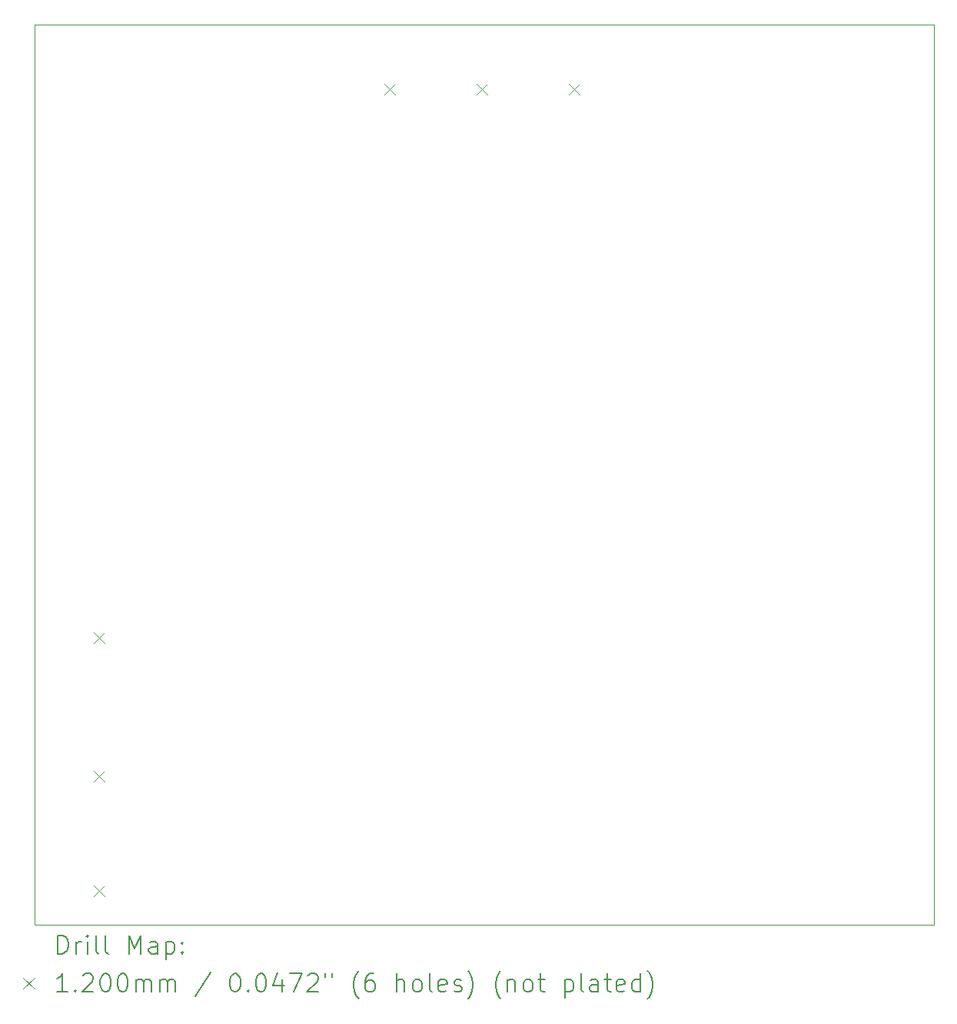
<source format=gbr>
%TF.GenerationSoftware,KiCad,Pcbnew,8.0.3*%
%TF.CreationDate,2024-11-03T21:20:50+01:00*%
%TF.ProjectId,weerstation-analoog,77656572-7374-4617-9469-6f6e2d616e61,rev?*%
%TF.SameCoordinates,Original*%
%TF.FileFunction,Drillmap*%
%TF.FilePolarity,Positive*%
%FSLAX45Y45*%
G04 Gerber Fmt 4.5, Leading zero omitted, Abs format (unit mm)*
G04 Created by KiCad (PCBNEW 8.0.3) date 2024-11-03 21:20:50*
%MOMM*%
%LPD*%
G01*
G04 APERTURE LIST*
%ADD10C,0.100000*%
%ADD11C,0.200000*%
%ADD12C,0.120000*%
G04 APERTURE END LIST*
D10*
X1270000Y-1270000D02*
X11176000Y-1270000D01*
X11176000Y-11176000D01*
X1270000Y-11176000D01*
X1270000Y-1270000D01*
D11*
D12*
X1918000Y-7958000D02*
X2038000Y-8078000D01*
X2038000Y-7958000D02*
X1918000Y-8078000D01*
X1918000Y-9478000D02*
X2038000Y-9598000D01*
X2038000Y-9478000D02*
X1918000Y-9598000D01*
X1918000Y-10740000D02*
X2038000Y-10860000D01*
X2038000Y-10740000D02*
X1918000Y-10860000D01*
X5118000Y-1918000D02*
X5238000Y-2038000D01*
X5238000Y-1918000D02*
X5118000Y-2038000D01*
X6134000Y-1918000D02*
X6254000Y-2038000D01*
X6254000Y-1918000D02*
X6134000Y-2038000D01*
X7150000Y-1918000D02*
X7270000Y-2038000D01*
X7270000Y-1918000D02*
X7150000Y-2038000D01*
D11*
X1525777Y-11492484D02*
X1525777Y-11292484D01*
X1525777Y-11292484D02*
X1573396Y-11292484D01*
X1573396Y-11292484D02*
X1601967Y-11302008D01*
X1601967Y-11302008D02*
X1621015Y-11321055D01*
X1621015Y-11321055D02*
X1630539Y-11340103D01*
X1630539Y-11340103D02*
X1640062Y-11378198D01*
X1640062Y-11378198D02*
X1640062Y-11406769D01*
X1640062Y-11406769D02*
X1630539Y-11444865D01*
X1630539Y-11444865D02*
X1621015Y-11463912D01*
X1621015Y-11463912D02*
X1601967Y-11482960D01*
X1601967Y-11482960D02*
X1573396Y-11492484D01*
X1573396Y-11492484D02*
X1525777Y-11492484D01*
X1725777Y-11492484D02*
X1725777Y-11359150D01*
X1725777Y-11397246D02*
X1735301Y-11378198D01*
X1735301Y-11378198D02*
X1744824Y-11368674D01*
X1744824Y-11368674D02*
X1763872Y-11359150D01*
X1763872Y-11359150D02*
X1782920Y-11359150D01*
X1849586Y-11492484D02*
X1849586Y-11359150D01*
X1849586Y-11292484D02*
X1840062Y-11302008D01*
X1840062Y-11302008D02*
X1849586Y-11311531D01*
X1849586Y-11311531D02*
X1859110Y-11302008D01*
X1859110Y-11302008D02*
X1849586Y-11292484D01*
X1849586Y-11292484D02*
X1849586Y-11311531D01*
X1973396Y-11492484D02*
X1954348Y-11482960D01*
X1954348Y-11482960D02*
X1944824Y-11463912D01*
X1944824Y-11463912D02*
X1944824Y-11292484D01*
X2078158Y-11492484D02*
X2059110Y-11482960D01*
X2059110Y-11482960D02*
X2049586Y-11463912D01*
X2049586Y-11463912D02*
X2049586Y-11292484D01*
X2306729Y-11492484D02*
X2306729Y-11292484D01*
X2306729Y-11292484D02*
X2373396Y-11435341D01*
X2373396Y-11435341D02*
X2440063Y-11292484D01*
X2440063Y-11292484D02*
X2440063Y-11492484D01*
X2621015Y-11492484D02*
X2621015Y-11387722D01*
X2621015Y-11387722D02*
X2611491Y-11368674D01*
X2611491Y-11368674D02*
X2592444Y-11359150D01*
X2592444Y-11359150D02*
X2554348Y-11359150D01*
X2554348Y-11359150D02*
X2535301Y-11368674D01*
X2621015Y-11482960D02*
X2601967Y-11492484D01*
X2601967Y-11492484D02*
X2554348Y-11492484D01*
X2554348Y-11492484D02*
X2535301Y-11482960D01*
X2535301Y-11482960D02*
X2525777Y-11463912D01*
X2525777Y-11463912D02*
X2525777Y-11444865D01*
X2525777Y-11444865D02*
X2535301Y-11425817D01*
X2535301Y-11425817D02*
X2554348Y-11416293D01*
X2554348Y-11416293D02*
X2601967Y-11416293D01*
X2601967Y-11416293D02*
X2621015Y-11406769D01*
X2716253Y-11359150D02*
X2716253Y-11559150D01*
X2716253Y-11368674D02*
X2735301Y-11359150D01*
X2735301Y-11359150D02*
X2773396Y-11359150D01*
X2773396Y-11359150D02*
X2792444Y-11368674D01*
X2792444Y-11368674D02*
X2801967Y-11378198D01*
X2801967Y-11378198D02*
X2811491Y-11397246D01*
X2811491Y-11397246D02*
X2811491Y-11454388D01*
X2811491Y-11454388D02*
X2801967Y-11473436D01*
X2801967Y-11473436D02*
X2792444Y-11482960D01*
X2792444Y-11482960D02*
X2773396Y-11492484D01*
X2773396Y-11492484D02*
X2735301Y-11492484D01*
X2735301Y-11492484D02*
X2716253Y-11482960D01*
X2897205Y-11473436D02*
X2906729Y-11482960D01*
X2906729Y-11482960D02*
X2897205Y-11492484D01*
X2897205Y-11492484D02*
X2887682Y-11482960D01*
X2887682Y-11482960D02*
X2897205Y-11473436D01*
X2897205Y-11473436D02*
X2897205Y-11492484D01*
X2897205Y-11368674D02*
X2906729Y-11378198D01*
X2906729Y-11378198D02*
X2897205Y-11387722D01*
X2897205Y-11387722D02*
X2887682Y-11378198D01*
X2887682Y-11378198D02*
X2897205Y-11368674D01*
X2897205Y-11368674D02*
X2897205Y-11387722D01*
D12*
X1145000Y-11761000D02*
X1265000Y-11881000D01*
X1265000Y-11761000D02*
X1145000Y-11881000D01*
D11*
X1630539Y-11912484D02*
X1516253Y-11912484D01*
X1573396Y-11912484D02*
X1573396Y-11712484D01*
X1573396Y-11712484D02*
X1554348Y-11741055D01*
X1554348Y-11741055D02*
X1535301Y-11760103D01*
X1535301Y-11760103D02*
X1516253Y-11769627D01*
X1716253Y-11893436D02*
X1725777Y-11902960D01*
X1725777Y-11902960D02*
X1716253Y-11912484D01*
X1716253Y-11912484D02*
X1706729Y-11902960D01*
X1706729Y-11902960D02*
X1716253Y-11893436D01*
X1716253Y-11893436D02*
X1716253Y-11912484D01*
X1801967Y-11731531D02*
X1811491Y-11722008D01*
X1811491Y-11722008D02*
X1830539Y-11712484D01*
X1830539Y-11712484D02*
X1878158Y-11712484D01*
X1878158Y-11712484D02*
X1897205Y-11722008D01*
X1897205Y-11722008D02*
X1906729Y-11731531D01*
X1906729Y-11731531D02*
X1916253Y-11750579D01*
X1916253Y-11750579D02*
X1916253Y-11769627D01*
X1916253Y-11769627D02*
X1906729Y-11798198D01*
X1906729Y-11798198D02*
X1792443Y-11912484D01*
X1792443Y-11912484D02*
X1916253Y-11912484D01*
X2040062Y-11712484D02*
X2059110Y-11712484D01*
X2059110Y-11712484D02*
X2078158Y-11722008D01*
X2078158Y-11722008D02*
X2087682Y-11731531D01*
X2087682Y-11731531D02*
X2097205Y-11750579D01*
X2097205Y-11750579D02*
X2106729Y-11788674D01*
X2106729Y-11788674D02*
X2106729Y-11836293D01*
X2106729Y-11836293D02*
X2097205Y-11874388D01*
X2097205Y-11874388D02*
X2087682Y-11893436D01*
X2087682Y-11893436D02*
X2078158Y-11902960D01*
X2078158Y-11902960D02*
X2059110Y-11912484D01*
X2059110Y-11912484D02*
X2040062Y-11912484D01*
X2040062Y-11912484D02*
X2021015Y-11902960D01*
X2021015Y-11902960D02*
X2011491Y-11893436D01*
X2011491Y-11893436D02*
X2001967Y-11874388D01*
X2001967Y-11874388D02*
X1992443Y-11836293D01*
X1992443Y-11836293D02*
X1992443Y-11788674D01*
X1992443Y-11788674D02*
X2001967Y-11750579D01*
X2001967Y-11750579D02*
X2011491Y-11731531D01*
X2011491Y-11731531D02*
X2021015Y-11722008D01*
X2021015Y-11722008D02*
X2040062Y-11712484D01*
X2230539Y-11712484D02*
X2249586Y-11712484D01*
X2249586Y-11712484D02*
X2268634Y-11722008D01*
X2268634Y-11722008D02*
X2278158Y-11731531D01*
X2278158Y-11731531D02*
X2287682Y-11750579D01*
X2287682Y-11750579D02*
X2297205Y-11788674D01*
X2297205Y-11788674D02*
X2297205Y-11836293D01*
X2297205Y-11836293D02*
X2287682Y-11874388D01*
X2287682Y-11874388D02*
X2278158Y-11893436D01*
X2278158Y-11893436D02*
X2268634Y-11902960D01*
X2268634Y-11902960D02*
X2249586Y-11912484D01*
X2249586Y-11912484D02*
X2230539Y-11912484D01*
X2230539Y-11912484D02*
X2211491Y-11902960D01*
X2211491Y-11902960D02*
X2201967Y-11893436D01*
X2201967Y-11893436D02*
X2192444Y-11874388D01*
X2192444Y-11874388D02*
X2182920Y-11836293D01*
X2182920Y-11836293D02*
X2182920Y-11788674D01*
X2182920Y-11788674D02*
X2192444Y-11750579D01*
X2192444Y-11750579D02*
X2201967Y-11731531D01*
X2201967Y-11731531D02*
X2211491Y-11722008D01*
X2211491Y-11722008D02*
X2230539Y-11712484D01*
X2382920Y-11912484D02*
X2382920Y-11779150D01*
X2382920Y-11798198D02*
X2392444Y-11788674D01*
X2392444Y-11788674D02*
X2411491Y-11779150D01*
X2411491Y-11779150D02*
X2440063Y-11779150D01*
X2440063Y-11779150D02*
X2459110Y-11788674D01*
X2459110Y-11788674D02*
X2468634Y-11807722D01*
X2468634Y-11807722D02*
X2468634Y-11912484D01*
X2468634Y-11807722D02*
X2478158Y-11788674D01*
X2478158Y-11788674D02*
X2497205Y-11779150D01*
X2497205Y-11779150D02*
X2525777Y-11779150D01*
X2525777Y-11779150D02*
X2544825Y-11788674D01*
X2544825Y-11788674D02*
X2554348Y-11807722D01*
X2554348Y-11807722D02*
X2554348Y-11912484D01*
X2649586Y-11912484D02*
X2649586Y-11779150D01*
X2649586Y-11798198D02*
X2659110Y-11788674D01*
X2659110Y-11788674D02*
X2678158Y-11779150D01*
X2678158Y-11779150D02*
X2706729Y-11779150D01*
X2706729Y-11779150D02*
X2725777Y-11788674D01*
X2725777Y-11788674D02*
X2735301Y-11807722D01*
X2735301Y-11807722D02*
X2735301Y-11912484D01*
X2735301Y-11807722D02*
X2744825Y-11788674D01*
X2744825Y-11788674D02*
X2763872Y-11779150D01*
X2763872Y-11779150D02*
X2792444Y-11779150D01*
X2792444Y-11779150D02*
X2811491Y-11788674D01*
X2811491Y-11788674D02*
X2821015Y-11807722D01*
X2821015Y-11807722D02*
X2821015Y-11912484D01*
X3211491Y-11702960D02*
X3040063Y-11960103D01*
X3468634Y-11712484D02*
X3487682Y-11712484D01*
X3487682Y-11712484D02*
X3506729Y-11722008D01*
X3506729Y-11722008D02*
X3516253Y-11731531D01*
X3516253Y-11731531D02*
X3525777Y-11750579D01*
X3525777Y-11750579D02*
X3535301Y-11788674D01*
X3535301Y-11788674D02*
X3535301Y-11836293D01*
X3535301Y-11836293D02*
X3525777Y-11874388D01*
X3525777Y-11874388D02*
X3516253Y-11893436D01*
X3516253Y-11893436D02*
X3506729Y-11902960D01*
X3506729Y-11902960D02*
X3487682Y-11912484D01*
X3487682Y-11912484D02*
X3468634Y-11912484D01*
X3468634Y-11912484D02*
X3449586Y-11902960D01*
X3449586Y-11902960D02*
X3440063Y-11893436D01*
X3440063Y-11893436D02*
X3430539Y-11874388D01*
X3430539Y-11874388D02*
X3421015Y-11836293D01*
X3421015Y-11836293D02*
X3421015Y-11788674D01*
X3421015Y-11788674D02*
X3430539Y-11750579D01*
X3430539Y-11750579D02*
X3440063Y-11731531D01*
X3440063Y-11731531D02*
X3449586Y-11722008D01*
X3449586Y-11722008D02*
X3468634Y-11712484D01*
X3621015Y-11893436D02*
X3630539Y-11902960D01*
X3630539Y-11902960D02*
X3621015Y-11912484D01*
X3621015Y-11912484D02*
X3611491Y-11902960D01*
X3611491Y-11902960D02*
X3621015Y-11893436D01*
X3621015Y-11893436D02*
X3621015Y-11912484D01*
X3754348Y-11712484D02*
X3773396Y-11712484D01*
X3773396Y-11712484D02*
X3792444Y-11722008D01*
X3792444Y-11722008D02*
X3801967Y-11731531D01*
X3801967Y-11731531D02*
X3811491Y-11750579D01*
X3811491Y-11750579D02*
X3821015Y-11788674D01*
X3821015Y-11788674D02*
X3821015Y-11836293D01*
X3821015Y-11836293D02*
X3811491Y-11874388D01*
X3811491Y-11874388D02*
X3801967Y-11893436D01*
X3801967Y-11893436D02*
X3792444Y-11902960D01*
X3792444Y-11902960D02*
X3773396Y-11912484D01*
X3773396Y-11912484D02*
X3754348Y-11912484D01*
X3754348Y-11912484D02*
X3735301Y-11902960D01*
X3735301Y-11902960D02*
X3725777Y-11893436D01*
X3725777Y-11893436D02*
X3716253Y-11874388D01*
X3716253Y-11874388D02*
X3706729Y-11836293D01*
X3706729Y-11836293D02*
X3706729Y-11788674D01*
X3706729Y-11788674D02*
X3716253Y-11750579D01*
X3716253Y-11750579D02*
X3725777Y-11731531D01*
X3725777Y-11731531D02*
X3735301Y-11722008D01*
X3735301Y-11722008D02*
X3754348Y-11712484D01*
X3992444Y-11779150D02*
X3992444Y-11912484D01*
X3944825Y-11702960D02*
X3897206Y-11845817D01*
X3897206Y-11845817D02*
X4021015Y-11845817D01*
X4078158Y-11712484D02*
X4211491Y-11712484D01*
X4211491Y-11712484D02*
X4125777Y-11912484D01*
X4278158Y-11731531D02*
X4287682Y-11722008D01*
X4287682Y-11722008D02*
X4306729Y-11712484D01*
X4306729Y-11712484D02*
X4354349Y-11712484D01*
X4354349Y-11712484D02*
X4373396Y-11722008D01*
X4373396Y-11722008D02*
X4382920Y-11731531D01*
X4382920Y-11731531D02*
X4392444Y-11750579D01*
X4392444Y-11750579D02*
X4392444Y-11769627D01*
X4392444Y-11769627D02*
X4382920Y-11798198D01*
X4382920Y-11798198D02*
X4268634Y-11912484D01*
X4268634Y-11912484D02*
X4392444Y-11912484D01*
X4468634Y-11712484D02*
X4468634Y-11750579D01*
X4544825Y-11712484D02*
X4544825Y-11750579D01*
X4840063Y-11988674D02*
X4830539Y-11979150D01*
X4830539Y-11979150D02*
X4811491Y-11950579D01*
X4811491Y-11950579D02*
X4801968Y-11931531D01*
X4801968Y-11931531D02*
X4792444Y-11902960D01*
X4792444Y-11902960D02*
X4782920Y-11855341D01*
X4782920Y-11855341D02*
X4782920Y-11817246D01*
X4782920Y-11817246D02*
X4792444Y-11769627D01*
X4792444Y-11769627D02*
X4801968Y-11741055D01*
X4801968Y-11741055D02*
X4811491Y-11722008D01*
X4811491Y-11722008D02*
X4830539Y-11693436D01*
X4830539Y-11693436D02*
X4840063Y-11683912D01*
X5001968Y-11712484D02*
X4963872Y-11712484D01*
X4963872Y-11712484D02*
X4944825Y-11722008D01*
X4944825Y-11722008D02*
X4935301Y-11731531D01*
X4935301Y-11731531D02*
X4916253Y-11760103D01*
X4916253Y-11760103D02*
X4906730Y-11798198D01*
X4906730Y-11798198D02*
X4906730Y-11874388D01*
X4906730Y-11874388D02*
X4916253Y-11893436D01*
X4916253Y-11893436D02*
X4925777Y-11902960D01*
X4925777Y-11902960D02*
X4944825Y-11912484D01*
X4944825Y-11912484D02*
X4982920Y-11912484D01*
X4982920Y-11912484D02*
X5001968Y-11902960D01*
X5001968Y-11902960D02*
X5011491Y-11893436D01*
X5011491Y-11893436D02*
X5021015Y-11874388D01*
X5021015Y-11874388D02*
X5021015Y-11826769D01*
X5021015Y-11826769D02*
X5011491Y-11807722D01*
X5011491Y-11807722D02*
X5001968Y-11798198D01*
X5001968Y-11798198D02*
X4982920Y-11788674D01*
X4982920Y-11788674D02*
X4944825Y-11788674D01*
X4944825Y-11788674D02*
X4925777Y-11798198D01*
X4925777Y-11798198D02*
X4916253Y-11807722D01*
X4916253Y-11807722D02*
X4906730Y-11826769D01*
X5259111Y-11912484D02*
X5259111Y-11712484D01*
X5344825Y-11912484D02*
X5344825Y-11807722D01*
X5344825Y-11807722D02*
X5335301Y-11788674D01*
X5335301Y-11788674D02*
X5316253Y-11779150D01*
X5316253Y-11779150D02*
X5287682Y-11779150D01*
X5287682Y-11779150D02*
X5268634Y-11788674D01*
X5268634Y-11788674D02*
X5259111Y-11798198D01*
X5468634Y-11912484D02*
X5449587Y-11902960D01*
X5449587Y-11902960D02*
X5440063Y-11893436D01*
X5440063Y-11893436D02*
X5430539Y-11874388D01*
X5430539Y-11874388D02*
X5430539Y-11817246D01*
X5430539Y-11817246D02*
X5440063Y-11798198D01*
X5440063Y-11798198D02*
X5449587Y-11788674D01*
X5449587Y-11788674D02*
X5468634Y-11779150D01*
X5468634Y-11779150D02*
X5497206Y-11779150D01*
X5497206Y-11779150D02*
X5516253Y-11788674D01*
X5516253Y-11788674D02*
X5525777Y-11798198D01*
X5525777Y-11798198D02*
X5535301Y-11817246D01*
X5535301Y-11817246D02*
X5535301Y-11874388D01*
X5535301Y-11874388D02*
X5525777Y-11893436D01*
X5525777Y-11893436D02*
X5516253Y-11902960D01*
X5516253Y-11902960D02*
X5497206Y-11912484D01*
X5497206Y-11912484D02*
X5468634Y-11912484D01*
X5649587Y-11912484D02*
X5630539Y-11902960D01*
X5630539Y-11902960D02*
X5621015Y-11883912D01*
X5621015Y-11883912D02*
X5621015Y-11712484D01*
X5801968Y-11902960D02*
X5782920Y-11912484D01*
X5782920Y-11912484D02*
X5744825Y-11912484D01*
X5744825Y-11912484D02*
X5725777Y-11902960D01*
X5725777Y-11902960D02*
X5716253Y-11883912D01*
X5716253Y-11883912D02*
X5716253Y-11807722D01*
X5716253Y-11807722D02*
X5725777Y-11788674D01*
X5725777Y-11788674D02*
X5744825Y-11779150D01*
X5744825Y-11779150D02*
X5782920Y-11779150D01*
X5782920Y-11779150D02*
X5801968Y-11788674D01*
X5801968Y-11788674D02*
X5811491Y-11807722D01*
X5811491Y-11807722D02*
X5811491Y-11826769D01*
X5811491Y-11826769D02*
X5716253Y-11845817D01*
X5887682Y-11902960D02*
X5906730Y-11912484D01*
X5906730Y-11912484D02*
X5944825Y-11912484D01*
X5944825Y-11912484D02*
X5963872Y-11902960D01*
X5963872Y-11902960D02*
X5973396Y-11883912D01*
X5973396Y-11883912D02*
X5973396Y-11874388D01*
X5973396Y-11874388D02*
X5963872Y-11855341D01*
X5963872Y-11855341D02*
X5944825Y-11845817D01*
X5944825Y-11845817D02*
X5916253Y-11845817D01*
X5916253Y-11845817D02*
X5897206Y-11836293D01*
X5897206Y-11836293D02*
X5887682Y-11817246D01*
X5887682Y-11817246D02*
X5887682Y-11807722D01*
X5887682Y-11807722D02*
X5897206Y-11788674D01*
X5897206Y-11788674D02*
X5916253Y-11779150D01*
X5916253Y-11779150D02*
X5944825Y-11779150D01*
X5944825Y-11779150D02*
X5963872Y-11788674D01*
X6040063Y-11988674D02*
X6049587Y-11979150D01*
X6049587Y-11979150D02*
X6068634Y-11950579D01*
X6068634Y-11950579D02*
X6078158Y-11931531D01*
X6078158Y-11931531D02*
X6087682Y-11902960D01*
X6087682Y-11902960D02*
X6097206Y-11855341D01*
X6097206Y-11855341D02*
X6097206Y-11817246D01*
X6097206Y-11817246D02*
X6087682Y-11769627D01*
X6087682Y-11769627D02*
X6078158Y-11741055D01*
X6078158Y-11741055D02*
X6068634Y-11722008D01*
X6068634Y-11722008D02*
X6049587Y-11693436D01*
X6049587Y-11693436D02*
X6040063Y-11683912D01*
X6401968Y-11988674D02*
X6392444Y-11979150D01*
X6392444Y-11979150D02*
X6373396Y-11950579D01*
X6373396Y-11950579D02*
X6363872Y-11931531D01*
X6363872Y-11931531D02*
X6354349Y-11902960D01*
X6354349Y-11902960D02*
X6344825Y-11855341D01*
X6344825Y-11855341D02*
X6344825Y-11817246D01*
X6344825Y-11817246D02*
X6354349Y-11769627D01*
X6354349Y-11769627D02*
X6363872Y-11741055D01*
X6363872Y-11741055D02*
X6373396Y-11722008D01*
X6373396Y-11722008D02*
X6392444Y-11693436D01*
X6392444Y-11693436D02*
X6401968Y-11683912D01*
X6478158Y-11779150D02*
X6478158Y-11912484D01*
X6478158Y-11798198D02*
X6487682Y-11788674D01*
X6487682Y-11788674D02*
X6506730Y-11779150D01*
X6506730Y-11779150D02*
X6535301Y-11779150D01*
X6535301Y-11779150D02*
X6554349Y-11788674D01*
X6554349Y-11788674D02*
X6563872Y-11807722D01*
X6563872Y-11807722D02*
X6563872Y-11912484D01*
X6687682Y-11912484D02*
X6668634Y-11902960D01*
X6668634Y-11902960D02*
X6659111Y-11893436D01*
X6659111Y-11893436D02*
X6649587Y-11874388D01*
X6649587Y-11874388D02*
X6649587Y-11817246D01*
X6649587Y-11817246D02*
X6659111Y-11798198D01*
X6659111Y-11798198D02*
X6668634Y-11788674D01*
X6668634Y-11788674D02*
X6687682Y-11779150D01*
X6687682Y-11779150D02*
X6716253Y-11779150D01*
X6716253Y-11779150D02*
X6735301Y-11788674D01*
X6735301Y-11788674D02*
X6744825Y-11798198D01*
X6744825Y-11798198D02*
X6754349Y-11817246D01*
X6754349Y-11817246D02*
X6754349Y-11874388D01*
X6754349Y-11874388D02*
X6744825Y-11893436D01*
X6744825Y-11893436D02*
X6735301Y-11902960D01*
X6735301Y-11902960D02*
X6716253Y-11912484D01*
X6716253Y-11912484D02*
X6687682Y-11912484D01*
X6811492Y-11779150D02*
X6887682Y-11779150D01*
X6840063Y-11712484D02*
X6840063Y-11883912D01*
X6840063Y-11883912D02*
X6849587Y-11902960D01*
X6849587Y-11902960D02*
X6868634Y-11912484D01*
X6868634Y-11912484D02*
X6887682Y-11912484D01*
X7106730Y-11779150D02*
X7106730Y-11979150D01*
X7106730Y-11788674D02*
X7125777Y-11779150D01*
X7125777Y-11779150D02*
X7163873Y-11779150D01*
X7163873Y-11779150D02*
X7182920Y-11788674D01*
X7182920Y-11788674D02*
X7192444Y-11798198D01*
X7192444Y-11798198D02*
X7201968Y-11817246D01*
X7201968Y-11817246D02*
X7201968Y-11874388D01*
X7201968Y-11874388D02*
X7192444Y-11893436D01*
X7192444Y-11893436D02*
X7182920Y-11902960D01*
X7182920Y-11902960D02*
X7163873Y-11912484D01*
X7163873Y-11912484D02*
X7125777Y-11912484D01*
X7125777Y-11912484D02*
X7106730Y-11902960D01*
X7316253Y-11912484D02*
X7297206Y-11902960D01*
X7297206Y-11902960D02*
X7287682Y-11883912D01*
X7287682Y-11883912D02*
X7287682Y-11712484D01*
X7478158Y-11912484D02*
X7478158Y-11807722D01*
X7478158Y-11807722D02*
X7468634Y-11788674D01*
X7468634Y-11788674D02*
X7449587Y-11779150D01*
X7449587Y-11779150D02*
X7411492Y-11779150D01*
X7411492Y-11779150D02*
X7392444Y-11788674D01*
X7478158Y-11902960D02*
X7459111Y-11912484D01*
X7459111Y-11912484D02*
X7411492Y-11912484D01*
X7411492Y-11912484D02*
X7392444Y-11902960D01*
X7392444Y-11902960D02*
X7382920Y-11883912D01*
X7382920Y-11883912D02*
X7382920Y-11864865D01*
X7382920Y-11864865D02*
X7392444Y-11845817D01*
X7392444Y-11845817D02*
X7411492Y-11836293D01*
X7411492Y-11836293D02*
X7459111Y-11836293D01*
X7459111Y-11836293D02*
X7478158Y-11826769D01*
X7544825Y-11779150D02*
X7621015Y-11779150D01*
X7573396Y-11712484D02*
X7573396Y-11883912D01*
X7573396Y-11883912D02*
X7582920Y-11902960D01*
X7582920Y-11902960D02*
X7601968Y-11912484D01*
X7601968Y-11912484D02*
X7621015Y-11912484D01*
X7763873Y-11902960D02*
X7744825Y-11912484D01*
X7744825Y-11912484D02*
X7706730Y-11912484D01*
X7706730Y-11912484D02*
X7687682Y-11902960D01*
X7687682Y-11902960D02*
X7678158Y-11883912D01*
X7678158Y-11883912D02*
X7678158Y-11807722D01*
X7678158Y-11807722D02*
X7687682Y-11788674D01*
X7687682Y-11788674D02*
X7706730Y-11779150D01*
X7706730Y-11779150D02*
X7744825Y-11779150D01*
X7744825Y-11779150D02*
X7763873Y-11788674D01*
X7763873Y-11788674D02*
X7773396Y-11807722D01*
X7773396Y-11807722D02*
X7773396Y-11826769D01*
X7773396Y-11826769D02*
X7678158Y-11845817D01*
X7944825Y-11912484D02*
X7944825Y-11712484D01*
X7944825Y-11902960D02*
X7925777Y-11912484D01*
X7925777Y-11912484D02*
X7887682Y-11912484D01*
X7887682Y-11912484D02*
X7868634Y-11902960D01*
X7868634Y-11902960D02*
X7859111Y-11893436D01*
X7859111Y-11893436D02*
X7849587Y-11874388D01*
X7849587Y-11874388D02*
X7849587Y-11817246D01*
X7849587Y-11817246D02*
X7859111Y-11798198D01*
X7859111Y-11798198D02*
X7868634Y-11788674D01*
X7868634Y-11788674D02*
X7887682Y-11779150D01*
X7887682Y-11779150D02*
X7925777Y-11779150D01*
X7925777Y-11779150D02*
X7944825Y-11788674D01*
X8021015Y-11988674D02*
X8030539Y-11979150D01*
X8030539Y-11979150D02*
X8049587Y-11950579D01*
X8049587Y-11950579D02*
X8059111Y-11931531D01*
X8059111Y-11931531D02*
X8068634Y-11902960D01*
X8068634Y-11902960D02*
X8078158Y-11855341D01*
X8078158Y-11855341D02*
X8078158Y-11817246D01*
X8078158Y-11817246D02*
X8068634Y-11769627D01*
X8068634Y-11769627D02*
X8059111Y-11741055D01*
X8059111Y-11741055D02*
X8049587Y-11722008D01*
X8049587Y-11722008D02*
X8030539Y-11693436D01*
X8030539Y-11693436D02*
X8021015Y-11683912D01*
M02*

</source>
